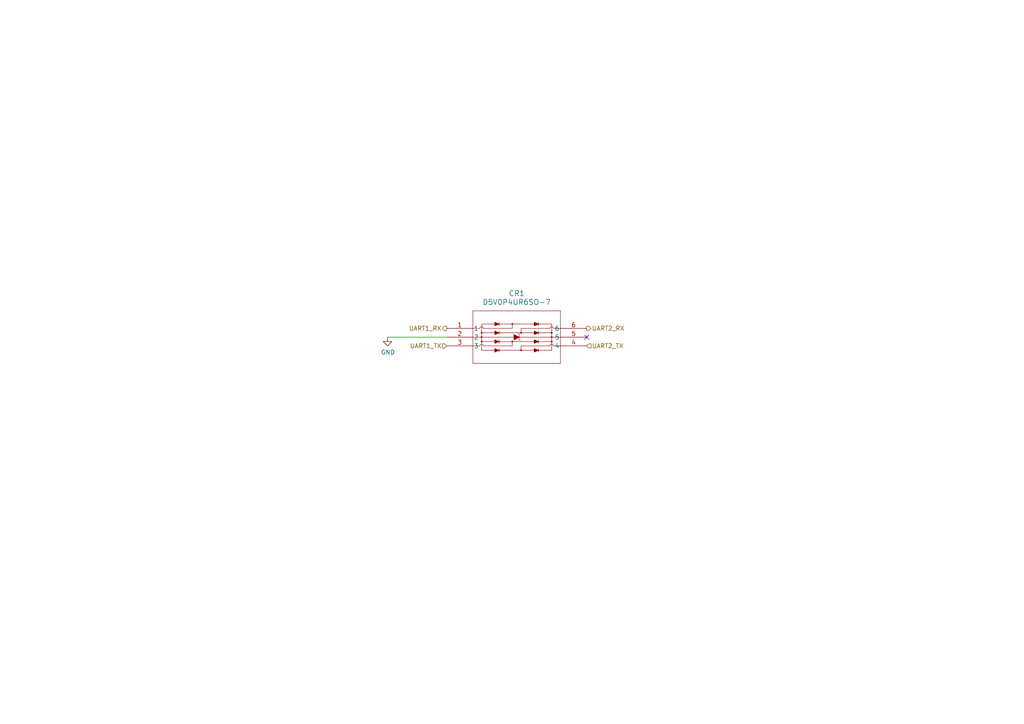
<source format=kicad_sch>
(kicad_sch (version 20230121) (generator eeschema)
  (paper "A4")
  (lib_symbols
    (symbol "power:GND" (power) (pin_names (offset 0))
      (property "Value" "GND" (at 0 -3.81 0))
      (symbol "GND_0_1"
        (polyline (pts (xy 0 0) (xy 0 -1.27) (xy 1.27 -1.27) (xy 0 -2.54) (xy -1.27 -1.27) (xy 0 -1.27)))
      )
      (symbol "GND_1_1"
        (pin power_in line (at 0 0 270) (length 0) hide (name "GND") (number "1"))
      )
    )
    (symbol "utsvt-chips:D5V0P4UR6SO-7" (pin_names (offset 0.254))
      (property "Reference" "CR" (at 20.32 10.16 0))
      (property "Value" "D5V0P4UR6SO-7" (at 20.32 7.62 0))
      (symbol "D5V0P4UR6SO-7_0_1"
        (polyline (pts (xy 7.62 -10.16) (xy 33.02 -10.16)) (stroke (width 0.127)))
        (polyline (pts (xy 7.62 -5.08) (xy 9.652 -5.08)) (stroke (width 0.127)))
        (polyline (pts (xy 7.62 -2.54) (xy 33.02 -2.54)) (stroke (width 0.127)))
        (polyline (pts (xy 7.62 0) (xy 9.652 0)) (stroke (width 0.127)))
        (polyline (pts (xy 7.62 5.08) (xy 7.62 -10.16)) (stroke (width 0.127)))
        (polyline (pts (xy 10.16 -6.35) (xy 30.48 -6.35)) (stroke (width 0.127)))
        (polyline (pts (xy 10.16 -3.81) (xy 30.48 -3.81)) (stroke (width 0.127)))
        (polyline (pts (xy 10.16 -1.27) (xy 30.48 -1.27)) (stroke (width 0.127)))
        (polyline (pts (xy 10.16 1.27) (xy 10.16 -6.35)) (stroke (width 0.127)))
        (polyline (pts (xy 10.16 1.27) (xy 30.48 1.27)) (stroke (width 0.127)))
        (polyline (pts (xy 10.668 -5.08) (xy 19.05 -5.08)) (stroke (width 0.127)))
        (polyline (pts (xy 10.668 0) (xy 19.05 0)) (stroke (width 0.127)))
        (polyline (pts (xy 13.97 -6.858) (xy 15.24 -6.35)) (stroke (width 0.127)))
        (polyline (pts (xy 13.97 -5.842) (xy 13.97 -6.858)) (stroke (width 0.127)))
        (polyline (pts (xy 13.97 -4.318) (xy 15.24 -3.81)) (stroke (width 0.127)))
        (polyline (pts (xy 13.97 -3.302) (xy 13.97 -4.318)) (stroke (width 0.127)))
        (polyline (pts (xy 13.97 -1.778) (xy 15.24 -1.27)) (stroke (width 0.127)))
        (polyline (pts (xy 13.97 -0.762) (xy 13.97 -1.778)) (stroke (width 0.127)))
        (polyline (pts (xy 13.97 0.762) (xy 15.24 1.27)) (stroke (width 0.127)))
        (polyline (pts (xy 13.97 1.778) (xy 13.97 0.762)) (stroke (width 0.127)))
        (polyline (pts (xy 15.24 -6.35) (xy 13.97 -5.842)) (stroke (width 0.127)))
        (polyline (pts (xy 15.24 -5.842) (xy 15.24 -6.858)) (stroke (width 0.127)))
        (polyline (pts (xy 15.24 -3.81) (xy 13.97 -3.302)) (stroke (width 0.127)))
        (polyline (pts (xy 15.24 -3.302) (xy 15.24 -4.318)) (stroke (width 0.127)))
        (polyline (pts (xy 15.24 -1.27) (xy 13.97 -0.762)) (stroke (width 0.127)))
        (polyline (pts (xy 15.24 -0.762) (xy 15.24 -1.778)) (stroke (width 0.127)))
        (polyline (pts (xy 15.24 1.27) (xy 13.97 1.778)) (stroke (width 0.127)))
        (polyline (pts (xy 15.24 1.778) (xy 15.24 0.762)) (stroke (width 0.127)))
        (polyline (pts (xy 19.05 -5.08) (xy 19.05 -3.81)) (stroke (width 0.127)))
        (polyline (pts (xy 19.05 0) (xy 19.05 1.27)) (stroke (width 0.127)))
        (polyline (pts (xy 19.558 -3.302) (xy 21.082 -2.54)) (stroke (width 0.127)))
        (polyline (pts (xy 19.558 -1.778) (xy 19.558 -3.302)) (stroke (width 0.127)))
        (polyline (pts (xy 19.558 -1.778) (xy 21.082 -2.54)) (stroke (width 0.127)))
        (polyline (pts (xy 21.082 -3.302) (xy 21.336 -3.556)) (stroke (width 0.127)))
        (polyline (pts (xy 21.082 -1.778) (xy 20.828 -1.524)) (stroke (width 0.127)))
        (polyline (pts (xy 21.082 -1.778) (xy 21.082 -3.302)) (stroke (width 0.127)))
        (polyline (pts (xy 21.59 -5.08) (xy 21.59 -6.35)) (stroke (width 0.127)))
        (polyline (pts (xy 21.59 0) (xy 21.59 -1.27)) (stroke (width 0.127)))
        (polyline (pts (xy 25.4 -6.858) (xy 26.67 -6.35)) (stroke (width 0.127)))
        (polyline (pts (xy 25.4 -5.842) (xy 25.4 -6.858)) (stroke (width 0.127)))
        (polyline (pts (xy 25.4 -4.318) (xy 26.67 -3.81)) (stroke (width 0.127)))
        (polyline (pts (xy 25.4 -3.302) (xy 25.4 -4.318)) (stroke (width 0.127)))
        (polyline (pts (xy 25.4 -1.778) (xy 26.67 -1.27)) (stroke (width 0.127)))
        (polyline (pts (xy 25.4 -0.762) (xy 25.4 -1.778)) (stroke (width 0.127)))
        (polyline (pts (xy 25.4 0.762) (xy 26.67 1.27)) (stroke (width 0.127)))
        (polyline (pts (xy 25.4 1.778) (xy 25.4 0.762)) (stroke (width 0.127)))
        (polyline (pts (xy 26.67 -6.35) (xy 25.4 -5.842)) (stroke (width 0.127)))
        (polyline (pts (xy 26.67 -5.842) (xy 26.67 -6.858)) (stroke (width 0.127)))
        (polyline (pts (xy 26.67 -3.81) (xy 25.4 -3.302)) (stroke (width 0.127)))
        (polyline (pts (xy 26.67 -3.302) (xy 26.67 -4.318)) (stroke (width 0.127)))
        (polyline (pts (xy 26.67 -1.27) (xy 25.4 -0.762)) (stroke (width 0.127)))
        (polyline (pts (xy 26.67 -0.762) (xy 26.67 -1.778)) (stroke (width 0.127)))
        (polyline (pts (xy 26.67 1.27) (xy 25.4 1.778)) (stroke (width 0.127)))
        (polyline (pts (xy 26.67 1.778) (xy 26.67 0.762)) (stroke (width 0.127)))
        (polyline (pts (xy 29.972 -5.08) (xy 21.59 -5.08)) (stroke (width 0.127)))
        (polyline (pts (xy 29.972 0) (xy 21.59 0)) (stroke (width 0.127)))
        (polyline (pts (xy 30.48 1.27) (xy 30.48 -6.35)) (stroke (width 0.127)))
        (polyline (pts (xy 33.02 -10.16) (xy 33.02 5.08)) (stroke (width 0.127)))
        (polyline (pts (xy 33.02 -5.08) (xy 30.988 -5.08)) (stroke (width 0.127)))
        (polyline (pts (xy 33.02 0) (xy 30.988 0)) (stroke (width 0.127)))
        (polyline (pts (xy 33.02 5.08) (xy 7.62 5.08)) (stroke (width 0.127)))
        (polyline (pts (xy 13.97 -5.842) (xy 13.97 -6.858) (xy 15.24 -6.35)) (fill (type outline)))
        (polyline (pts (xy 13.97 -3.302) (xy 13.97 -4.318) (xy 15.24 -3.81)) (fill (type outline)))
        (polyline (pts (xy 13.97 -0.762) (xy 13.97 -1.778) (xy 15.24 -1.27)) (fill (type outline)))
        (polyline (pts (xy 13.97 1.778) (xy 13.97 0.762) (xy 15.24 1.27)) (fill (type outline)))
        (polyline (pts (xy 21.082 -2.54) (xy 19.558 -3.302) (xy 19.558 -1.778)) (fill (type outline)))
        (polyline (pts (xy 25.4 -5.842) (xy 25.4 -6.858) (xy 26.67 -6.35)) (fill (type outline)))
        (polyline (pts (xy 25.4 -3.302) (xy 25.4 -4.318) (xy 26.67 -3.81)) (fill (type outline)))
        (polyline (pts (xy 25.4 -0.762) (xy 25.4 -1.778) (xy 26.67 -1.27)) (fill (type outline)))
        (polyline (pts (xy 25.4 1.778) (xy 25.4 0.762) (xy 26.67 1.27)) (fill (type outline)))
        (circle (center 10.16 -3.81) (radius 0.127) (stroke (width 0.254)))
        (circle (center 10.16 -2.54) (radius 0.127) (stroke (width 0.254)))
        (circle (center 10.16 -1.27) (radius 0.127) (stroke (width 0.254)))
        (arc (start 10.668 -5.08) (mid 10.16 -4.5742) (end 9.652 -5.08) (stroke (width 0.127)))
        (arc (start 10.668 0) (mid 10.16 0.5058) (end 9.652 0) (stroke (width 0.127)))
        (circle (center 19.05 -3.81) (radius 0.127) (stroke (width 0.254)))
        (circle (center 19.05 1.27) (radius 0.127) (stroke (width 0.254)))
        (circle (center 21.59 -6.35) (radius 0.127) (stroke (width 0.254)))
        (circle (center 21.59 -1.27) (radius 0.127) (stroke (width 0.254)))
        (circle (center 30.48 -3.81) (radius 0.127) (stroke (width 0.254)))
        (circle (center 30.48 -2.54) (radius 0.127) (stroke (width 0.254)))
        (circle (center 30.48 -1.27) (radius 0.127) (stroke (width 0.254)))
        (arc (start 30.988 -5.08) (mid 30.48 -4.5742) (end 29.972 -5.08) (stroke (width 0.127)))
        (arc (start 30.988 0) (mid 30.48 0.5058) (end 29.972 0) (stroke (width 0.127)))
        (pin input line (at 0 0 0) (length 7.62) (name "1") (number "1"))
        (pin unspecified line (at 0 -2.54 0) (length 7.62) (name "2") (number "2"))
        (pin input line (at 0 -5.08 0) (length 7.62) (name "3") (number "3"))
        (pin input line (at 40.64 -5.08 180) (length 7.62) (name "4") (number "4"))
        (pin unspecified line (at 40.64 -2.54 180) (length 7.62) (name "5") (number "5"))
        (pin input line (at 40.64 0 180) (length 7.62) (name "6") (number "6"))
      )
    )
  )
  (no_connect (at 170.18 97.79))
  (wire (pts (xy 112.395 97.79) (xy 129.54 97.79)))
  (hierarchical_label "UART2_TX" (shape input) (at 170.18 100.33 0))
  (hierarchical_label "UART2_RX" (shape output) (at 170.18 95.25 0))
  (hierarchical_label "UART1_RX" (shape output) (at 129.54 95.25 180))
  (hierarchical_label "UART1_TX" (shape input) (at 129.54 100.33 180))
  (symbol (lib_id "power:GND") (at 112.395 97.79 0) (unit 1)
    (property "Reference" "#PWR021" (effects hide))
    (property "Value" "GND" (at 112.522 102.1842 0))
    (instances (project "LeaderSOM" (path "" (reference "#PWR021") (unit 1)) (path "" (reference "#PWR024") (unit 1))) (project "BPS-Leader" (path "" (reference "#PWR08") (unit 1))))
  )
  (symbol (lib_id "utsvt-chips:D5V0P4UR6SO-7") (at 129.54 95.25 0) (unit 1)
    (property "Reference" "CR1" (at 149.86 85.09 0) (effects (font (size 1.524 1.524))))
    (property "Value" "D5V0P4UR6SO-7" (at 149.86 87.63 0) (effects (font (size 1.524 1.524))))
    (property "Footprint" "UTSVT_ICs:SOT26_DIO" (effects hide))
    (property "Datasheet" "https://www.diodes.com/assets/Datasheets/D5V0P4UR6SO.pdf" (effects hide))
  )
)
</source>
